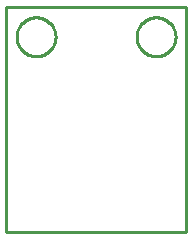
<source format=gbr>
G04 EAGLE Gerber RS-274X export*
G75*
%MOMM*%
%FSLAX34Y34*%
%LPD*%
%IN*%
%IPPOS*%
%AMOC8*
5,1,8,0,0,1.08239X$1,22.5*%
G01*
%ADD10C,0.254000*%


D10*
X0Y0D02*
X152200Y0D01*
X152400Y190500D01*
X0Y190500D01*
X0Y0D01*
X41910Y164560D02*
X41839Y163481D01*
X41698Y162409D01*
X41487Y161349D01*
X41208Y160305D01*
X40860Y159281D01*
X40446Y158283D01*
X39968Y157313D01*
X39428Y156377D01*
X38827Y155478D01*
X38169Y154621D01*
X37457Y153808D01*
X36692Y153044D01*
X35879Y152331D01*
X35022Y151673D01*
X34123Y151072D01*
X33187Y150532D01*
X32217Y150054D01*
X31219Y149640D01*
X30195Y149292D01*
X29151Y149013D01*
X28091Y148802D01*
X27019Y148661D01*
X25940Y148590D01*
X24860Y148590D01*
X23781Y148661D01*
X22709Y148802D01*
X21649Y149013D01*
X20605Y149292D01*
X19581Y149640D01*
X18583Y150054D01*
X17613Y150532D01*
X16677Y151072D01*
X15778Y151673D01*
X14921Y152331D01*
X14108Y153044D01*
X13344Y153808D01*
X12631Y154621D01*
X11973Y155478D01*
X11372Y156377D01*
X10832Y157313D01*
X10354Y158283D01*
X9940Y159281D01*
X9592Y160305D01*
X9313Y161349D01*
X9102Y162409D01*
X8961Y163481D01*
X8890Y164560D01*
X8890Y165640D01*
X8961Y166719D01*
X9102Y167791D01*
X9313Y168851D01*
X9592Y169895D01*
X9940Y170919D01*
X10354Y171917D01*
X10832Y172887D01*
X11372Y173823D01*
X11973Y174722D01*
X12631Y175579D01*
X13344Y176392D01*
X14108Y177157D01*
X14921Y177869D01*
X15778Y178527D01*
X16677Y179128D01*
X17613Y179668D01*
X18583Y180146D01*
X19581Y180560D01*
X20605Y180908D01*
X21649Y181187D01*
X22709Y181398D01*
X23781Y181539D01*
X24860Y181610D01*
X25940Y181610D01*
X27019Y181539D01*
X28091Y181398D01*
X29151Y181187D01*
X30195Y180908D01*
X31219Y180560D01*
X32217Y180146D01*
X33187Y179668D01*
X34123Y179128D01*
X35022Y178527D01*
X35879Y177869D01*
X36692Y177157D01*
X37457Y176392D01*
X38169Y175579D01*
X38827Y174722D01*
X39428Y173823D01*
X39968Y172887D01*
X40446Y171917D01*
X40860Y170919D01*
X41208Y169895D01*
X41487Y168851D01*
X41698Y167791D01*
X41839Y166719D01*
X41910Y165640D01*
X41910Y164560D01*
X143510Y164560D02*
X143439Y163481D01*
X143298Y162409D01*
X143087Y161349D01*
X142808Y160305D01*
X142460Y159281D01*
X142046Y158283D01*
X141568Y157313D01*
X141028Y156377D01*
X140427Y155478D01*
X139769Y154621D01*
X139057Y153808D01*
X138292Y153044D01*
X137479Y152331D01*
X136622Y151673D01*
X135723Y151072D01*
X134787Y150532D01*
X133817Y150054D01*
X132819Y149640D01*
X131795Y149292D01*
X130751Y149013D01*
X129691Y148802D01*
X128619Y148661D01*
X127540Y148590D01*
X126460Y148590D01*
X125381Y148661D01*
X124309Y148802D01*
X123249Y149013D01*
X122205Y149292D01*
X121181Y149640D01*
X120183Y150054D01*
X119213Y150532D01*
X118277Y151072D01*
X117378Y151673D01*
X116521Y152331D01*
X115708Y153044D01*
X114944Y153808D01*
X114231Y154621D01*
X113573Y155478D01*
X112972Y156377D01*
X112432Y157313D01*
X111954Y158283D01*
X111540Y159281D01*
X111192Y160305D01*
X110913Y161349D01*
X110702Y162409D01*
X110561Y163481D01*
X110490Y164560D01*
X110490Y165640D01*
X110561Y166719D01*
X110702Y167791D01*
X110913Y168851D01*
X111192Y169895D01*
X111540Y170919D01*
X111954Y171917D01*
X112432Y172887D01*
X112972Y173823D01*
X113573Y174722D01*
X114231Y175579D01*
X114944Y176392D01*
X115708Y177157D01*
X116521Y177869D01*
X117378Y178527D01*
X118277Y179128D01*
X119213Y179668D01*
X120183Y180146D01*
X121181Y180560D01*
X122205Y180908D01*
X123249Y181187D01*
X124309Y181398D01*
X125381Y181539D01*
X126460Y181610D01*
X127540Y181610D01*
X128619Y181539D01*
X129691Y181398D01*
X130751Y181187D01*
X131795Y180908D01*
X132819Y180560D01*
X133817Y180146D01*
X134787Y179668D01*
X135723Y179128D01*
X136622Y178527D01*
X137479Y177869D01*
X138292Y177157D01*
X139057Y176392D01*
X139769Y175579D01*
X140427Y174722D01*
X141028Y173823D01*
X141568Y172887D01*
X142046Y171917D01*
X142460Y170919D01*
X142808Y169895D01*
X143087Y168851D01*
X143298Y167791D01*
X143439Y166719D01*
X143510Y165640D01*
X143510Y164560D01*
M02*

</source>
